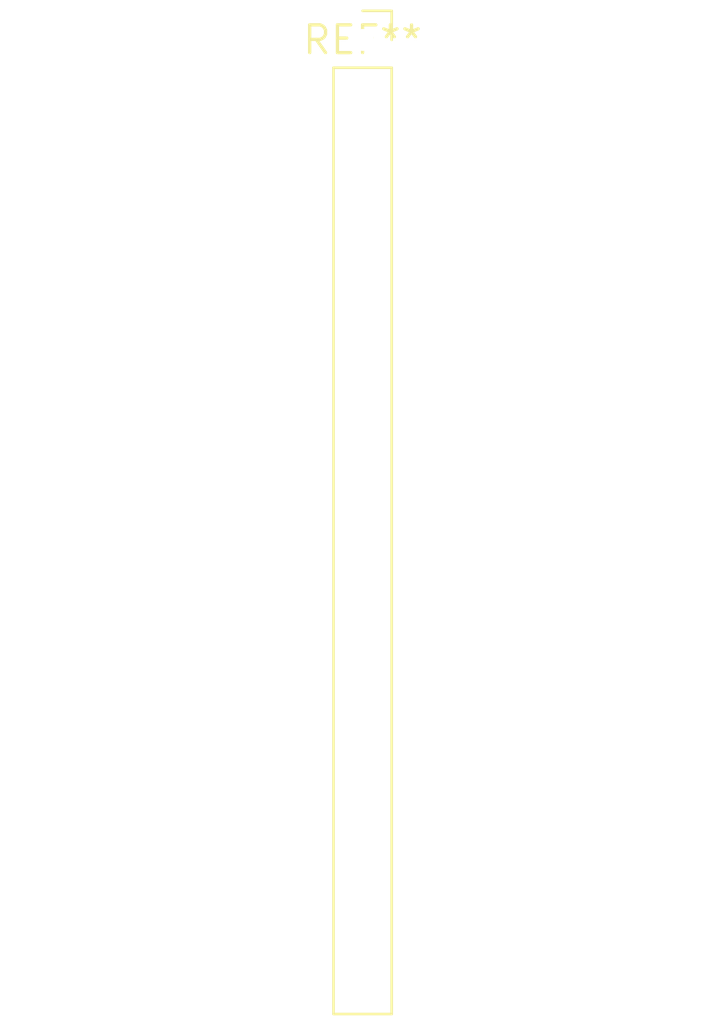
<source format=kicad_pcb>
(kicad_pcb (version 20240108) (generator pcbnew)
  (layers (0 "F.Cu" signal) (31 "B.Cu" signal) (34 "B.Paste" user) (35 "F.Paste" user) (36 "B.SilkS" user "B.Silkscreen") (37 "F.SilkS" user "F.Silkscreen") (38 "B.Mask" user) (39 "F.Mask" user) (44 "Edge.Cuts" user))
  (net 0 "")
  (footprint "PinSocket_1x18_P2.54mm_Vertical" (layer "F.Cu") (at 0 0)
    (property "Reference" "REF**")
    (property "Value" "PinSocket_1x18_P2.54mm_Vertical")
    (fp_line (start -1.33 1.27) (end -1.33 44.51) (layer "F.SilkS") (stroke (width 0.12)))
    (fp_line (start -1.33 1.27) (end 1.33 1.27) (layer "F.SilkS") (stroke (width 0.12)))
    (fp_line (start -1.33 44.51) (end 1.33 44.51) (layer "F.SilkS") (stroke (width 0.12)))
    (fp_line (start 0 -1.33) (end 1.33 -1.33) (layer "F.SilkS") (stroke (width 0.12)))
    (fp_line (start 1.33 -1.33) (end 1.33 0) (layer "F.SilkS") (stroke (width 0.12)))
    (fp_line (start 1.33 1.27) (end 1.33 44.51) (layer "F.SilkS") (stroke (width 0.12)))
    (pad "1" thru_hole rect (at 0 0) (size 1.7 1.7) (drill 1) (layers *.Cu *.Mask) (remove_unused_layers))
    (pad "2" thru_hole oval (at 0 2.54) (size 1.7 1.7) (drill 1) (layers *.Cu *.Mask) (remove_unused_layers))
    (pad "3" thru_hole oval (at 0 5.08) (size 1.7 1.7) (drill 1) (layers *.Cu *.Mask) (remove_unused_layers))
    (pad "4" thru_hole oval (at 0 7.62) (size 1.7 1.7) (drill 1) (layers *.Cu *.Mask) (remove_unused_layers))
    (pad "5" thru_hole oval (at 0 10.16) (size 1.7 1.7) (drill 1) (layers *.Cu *.Mask) (remove_unused_layers))
    (pad "6" thru_hole oval (at 0 12.7) (size 1.7 1.7) (drill 1) (layers *.Cu *.Mask) (remove_unused_layers))
    (pad "7" thru_hole oval (at 0 15.24) (size 1.7 1.7) (drill 1) (layers *.Cu *.Mask) (remove_unused_layers))
    (pad "8" thru_hole oval (at 0 17.78) (size 1.7 1.7) (drill 1) (layers *.Cu *.Mask) (remove_unused_layers))
    (pad "9" thru_hole oval (at 0 20.32) (size 1.7 1.7) (drill 1) (layers *.Cu *.Mask) (remove_unused_layers))
    (pad "10" thru_hole oval (at 0 22.86) (size 1.7 1.7) (drill 1) (layers *.Cu *.Mask) (remove_unused_layers))
    (pad "11" thru_hole oval (at 0 25.4) (size 1.7 1.7) (drill 1) (layers *.Cu *.Mask) (remove_unused_layers))
    (pad "12" thru_hole oval (at 0 27.94) (size 1.7 1.7) (drill 1) (layers *.Cu *.Mask) (remove_unused_layers))
    (pad "13" thru_hole oval (at 0 30.48) (size 1.7 1.7) (drill 1) (layers *.Cu *.Mask) (remove_unused_layers))
    (pad "14" thru_hole oval (at 0 33.02) (size 1.7 1.7) (drill 1) (layers *.Cu *.Mask) (remove_unused_layers))
    (pad "15" thru_hole oval (at 0 35.56) (size 1.7 1.7) (drill 1) (layers *.Cu *.Mask) (remove_unused_layers))
    (pad "16" thru_hole oval (at 0 38.1) (size 1.7 1.7) (drill 1) (layers *.Cu *.Mask) (remove_unused_layers))
    (pad "17" thru_hole oval (at 0 40.64) (size 1.7 1.7) (drill 1) (layers *.Cu *.Mask) (remove_unused_layers))
    (pad "18" thru_hole oval (at 0 43.18) (size 1.7 1.7) (drill 1) (layers *.Cu *.Mask) (remove_unused_layers))
  )
)
</source>
